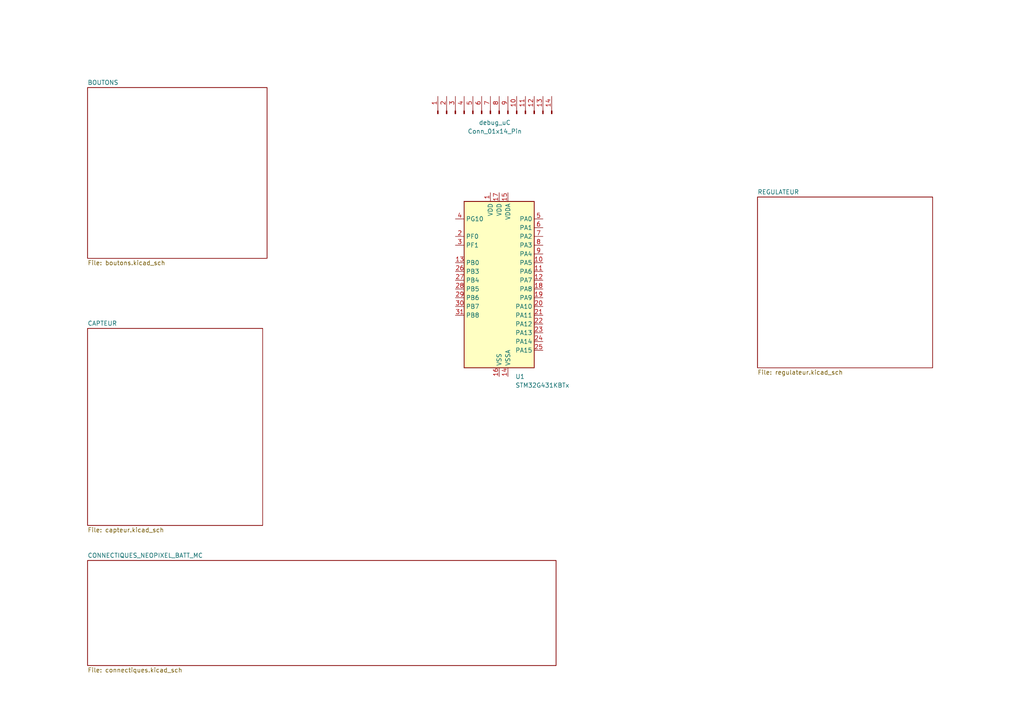
<source format=kicad_sch>
(kicad_sch (version 20250114) (generator "eeschema") (generator_version "9.0")
  (paper "A4")
  (lib_symbols
    (symbol "Connector:Conn_01x14_Pin" (pin_names (offset 1.016) (hide yes))
      (property "Reference" "J" (at 0 17.78 0))
      (property "Value" "Conn_01x14_Pin" (at 0 -20.32 0))
      (symbol "Conn_01x14_Pin_1_1"
        (rectangle (start 0.8636 15.367) (end 0 15.113) (stroke (width 0.1524)) (fill (type outline)))
        (rectangle (start 0.8636 12.827) (end 0 12.573) (stroke (width 0.1524)) (fill (type outline)))
        (rectangle (start 0.8636 10.287) (end 0 10.033) (stroke (width 0.1524)) (fill (type outline)))
        (rectangle (start 0.8636 7.747) (end 0 7.493) (stroke (width 0.1524)) (fill (type outline)))
        (rectangle (start 0.8636 5.207) (end 0 4.953) (stroke (width 0.1524)) (fill (type outline)))
        (rectangle (start 0.8636 2.667) (end 0 2.413) (stroke (width 0.1524)) (fill (type outline)))
        (rectangle (start 0.8636 0.127) (end 0 -0.127) (stroke (width 0.1524)) (fill (type outline)))
        (rectangle (start 0.8636 -2.413) (end 0 -2.667) (stroke (width 0.1524)) (fill (type outline)))
        (rectangle (start 0.8636 -4.953) (end 0 -5.207) (stroke (width 0.1524)) (fill (type outline)))
        (rectangle (start 0.8636 -7.493) (end 0 -7.747) (stroke (width 0.1524)) (fill (type outline)))
        (rectangle (start 0.8636 -10.033) (end 0 -10.287) (stroke (width 0.1524)) (fill (type outline)))
        (rectangle (start 0.8636 -12.573) (end 0 -12.827) (stroke (width 0.1524)) (fill (type outline)))
        (rectangle (start 0.8636 -15.113) (end 0 -15.367) (stroke (width 0.1524)) (fill (type outline)))
        (rectangle (start 0.8636 -17.653) (end 0 -17.907) (stroke (width 0.1524)) (fill (type outline)))
        (polyline (pts (xy 1.27 15.24) (xy 0.8636 15.24)) (stroke (width 0.1524)))
        (polyline (pts (xy 1.27 12.7) (xy 0.8636 12.7)) (stroke (width 0.1524)))
        (polyline (pts (xy 1.27 10.16) (xy 0.8636 10.16)) (stroke (width 0.1524)))
        (polyline (pts (xy 1.27 7.62) (xy 0.8636 7.62)) (stroke (width 0.1524)))
        (polyline (pts (xy 1.27 5.08) (xy 0.8636 5.08)) (stroke (width 0.1524)))
        (polyline (pts (xy 1.27 2.54) (xy 0.8636 2.54)) (stroke (width 0.1524)))
        (polyline (pts (xy 1.27 0) (xy 0.8636 0)) (stroke (width 0.1524)))
        (polyline (pts (xy 1.27 -2.54) (xy 0.8636 -2.54)) (stroke (width 0.1524)))
        (polyline (pts (xy 1.27 -5.08) (xy 0.8636 -5.08)) (stroke (width 0.1524)))
        (polyline (pts (xy 1.27 -7.62) (xy 0.8636 -7.62)) (stroke (width 0.1524)))
        (polyline (pts (xy 1.27 -10.16) (xy 0.8636 -10.16)) (stroke (width 0.1524)))
        (polyline (pts (xy 1.27 -12.7) (xy 0.8636 -12.7)) (stroke (width 0.1524)))
        (polyline (pts (xy 1.27 -15.24) (xy 0.8636 -15.24)) (stroke (width 0.1524)))
        (polyline (pts (xy 1.27 -17.78) (xy 0.8636 -17.78)) (stroke (width 0.1524)))
        (pin passive line (at 5.08 15.24 180) (length 3.81) (name "Pin_1") (number "1"))
        (pin passive line (at 5.08 12.7 180) (length 3.81) (name "Pin_2") (number "2"))
        (pin passive line (at 5.08 10.16 180) (length 3.81) (name "Pin_3") (number "3"))
        (pin passive line (at 5.08 7.62 180) (length 3.81) (name "Pin_4") (number "4"))
        (pin passive line (at 5.08 5.08 180) (length 3.81) (name "Pin_5") (number "5"))
        (pin passive line (at 5.08 2.54 180) (length 3.81) (name "Pin_6") (number "6"))
        (pin passive line (at 5.08 0 180) (length 3.81) (name "Pin_7") (number "7"))
        (pin passive line (at 5.08 -2.54 180) (length 3.81) (name "Pin_8") (number "8"))
        (pin passive line (at 5.08 -5.08 180) (length 3.81) (name "Pin_9") (number "9"))
        (pin passive line (at 5.08 -7.62 180) (length 3.81) (name "Pin_10") (number "10"))
        (pin passive line (at 5.08 -10.16 180) (length 3.81) (name "Pin_11") (number "11"))
        (pin passive line (at 5.08 -12.7 180) (length 3.81) (name "Pin_12") (number "12"))
        (pin passive line (at 5.08 -15.24 180) (length 3.81) (name "Pin_13") (number "13"))
        (pin passive line (at 5.08 -17.78 180) (length 3.81) (name "Pin_14") (number "14"))
      )
    )
    (symbol "MCU_ST_STM32G4:STM32G431KBTx"
      (property "Reference" "U" (at -10.16 26.67 0))
      (property "Value" "STM32G431KBTx" (at 5.08 26.67 0))
      (symbol "STM32G431KBTx_0_1"
        (rectangle (start -10.16 -22.86) (end 10.16 25.4) (stroke (width 0.254)) (fill (type background)))
      )
      (symbol "STM32G431KBTx_1_1"
        (pin bidirectional line (at -12.7 20.32 0) (length 2.54) (name "PG10") (number "4"))
        (pin bidirectional line (at -12.7 15.24 0) (length 2.54) (name "PF0") (number "2"))
        (pin bidirectional line (at -12.7 12.7 0) (length 2.54) (name "PF1") (number "3"))
        (pin bidirectional line (at -12.7 7.62 0) (length 2.54) (name "PB0") (number "13"))
        (pin bidirectional line (at -12.7 5.08 0) (length 2.54) (name "PB3") (number "26"))
        (pin bidirectional line (at -12.7 2.54 0) (length 2.54) (name "PB4") (number "27"))
        (pin bidirectional line (at -12.7 0 0) (length 2.54) (name "PB5") (number "28"))
        (pin bidirectional line (at -12.7 -2.54 0) (length 2.54) (name "PB6") (number "29"))
        (pin bidirectional line (at -12.7 -5.08 0) (length 2.54) (name "PB7") (number "30"))
        (pin bidirectional line (at -12.7 -7.62 0) (length 2.54) (name "PB8") (number "31"))
        (pin power_in line (at -2.54 27.94 270) (length 2.54) (name "VDD") (number "1"))
        (pin power_in line (at 0 27.94 270) (length 2.54) (name "VDD") (number "17"))
        (pin power_in line (at 0 -25.4 90) (length 2.54) (name "VSS") (number "16"))
        (pin passive line (at 0 -25.4 90) (length 2.54) (hide yes) (name "VSS") (number "32"))
        (pin power_in line (at 2.54 27.94 270) (length 2.54) (name "VDDA") (number "15"))
        (pin power_in line (at 2.54 -25.4 90) (length 2.54) (name "VSSA") (number "14"))
        (pin bidirectional line (at 12.7 20.32 180) (length 2.54) (name "PA0") (number "5"))
        (pin bidirectional line (at 12.7 17.78 180) (length 2.54) (name "PA1") (number "6"))
        (pin bidirectional line (at 12.7 15.24 180) (length 2.54) (name "PA2") (number "7"))
        (pin bidirectional line (at 12.7 12.7 180) (length 2.54) (name "PA3") (number "8"))
        (pin bidirectional line (at 12.7 10.16 180) (length 2.54) (name "PA4") (number "9"))
        (pin bidirectional line (at 12.7 7.62 180) (length 2.54) (name "PA5") (number "10"))
        (pin bidirectional line (at 12.7 5.08 180) (length 2.54) (name "PA6") (number "11"))
        (pin bidirectional line (at 12.7 2.54 180) (length 2.54) (name "PA7") (number "12"))
        (pin bidirectional line (at 12.7 0 180) (length 2.54) (name "PA8") (number "18"))
        (pin bidirectional line (at 12.7 -2.54 180) (length 2.54) (name "PA9") (number "19"))
        (pin bidirectional line (at 12.7 -5.08 180) (length 2.54) (name "PA10") (number "20"))
        (pin bidirectional line (at 12.7 -7.62 180) (length 2.54) (name "PA11") (number "21"))
        (pin bidirectional line (at 12.7 -10.16 180) (length 2.54) (name "PA12") (number "22"))
        (pin bidirectional line (at 12.7 -12.7 180) (length 2.54) (name "PA13") (number "23"))
        (pin bidirectional line (at 12.7 -15.24 180) (length 2.54) (name "PA14") (number "24"))
        (pin bidirectional line (at 12.7 -17.78 180) (length 2.54) (name "PA15") (number "25"))
      )
    )
  )
  (symbol (lib_id "MCU_ST_STM32G4:STM32G431KBTx") (at 144.78 83.82 0) (unit 1)
    (property "Reference" "U1" (at 149.4633 109.22 0) (effects (justify left)))
    (property "Value" "STM32G431KBTx" (at 149.4633 111.76 0) (effects (justify left)))
    (property "Footprint" "Package_QFP:LQFP-32_7x7mm_P0.8mm" (effects (hide yes)))
    (property "Datasheet" "https://www.st.com/resource/en/datasheet/stm32g431kb.pdf" (effects (hide yes)))
    (property "Description" "STMicroelectronics Arm Cortex-M4 MCU, 128KB flash, 32KB RAM, 170 MHz, 1.71-3.6V, 26 GPIO, LQFP32" (effects (hide yes)))
  )
  (symbol (lib_id "Connector:Conn_01x14_Pin") (at 142.24 33.02 90) (unit 1)
    (property "Reference" "debug_uC" (at 143.51 35.56 90))
    (property "Value" "Conn_01x14_Pin" (at 143.51 38.1 90))
    (property "Description" "Generic connector, single row, 01x14, script generated" (effects (hide yes)))
  )
  (sheet (at 219.71 57.15) (size 50.8 49.53) (stroke (width 0.1524))
    (property "Sheetname" "REGULATEUR" (at 219.71 56.4384 0) (effects (justify left bottom)))
    (property "Sheetfile" "regulateur.kicad_sch" (at 219.71 107.2646 0) (effects (justify left top)))
  )
  (sheet (at 25.4 25.4) (size 52.07 49.53) (stroke (width 0.1524))
    (property "Sheetname" "BOUTONS" (at 25.4 24.6884 0) (effects (justify left bottom)))
    (property "Sheetfile" "boutons.kicad_sch" (at 25.4 75.5146 0) (effects (justify left top)))
  )
  (sheet (at 25.4 95.25) (size 50.8 57.15) (stroke (width 0.1524))
    (property "Sheetname" "CAPTEUR" (at 25.4 94.5384 0) (effects (justify left bottom)))
    (property "Sheetfile" "capteur.kicad_sch" (at 25.4 152.9846 0) (effects (justify left top)))
  )
  (sheet (at 25.4 162.56) (size 135.89 30.48) (stroke (width 0.1524))
    (property "Sheetname" "CONNECTIQUES_NEOPIXEL_BATT_MC" (at 25.4 161.8484 0) (effects (justify left bottom)))
    (property "Sheetfile" "connectiques.kicad_sch" (at 25.4 193.6246 0) (effects (justify left top)))
  )
)
</source>
